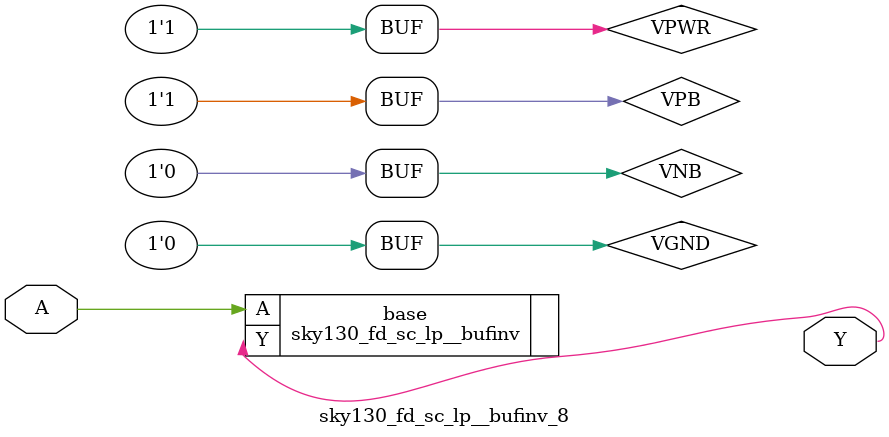
<source format=v>
module sky130_fd_sc_lp__bufinv_8 (
    Y,
    A
);
    output Y;
    input  A;
    // Voltage supply signals
    supply1 VPWR;
    supply0 VGND;
    supply1 VPB ;
    supply0 VNB ;
    sky130_fd_sc_lp__bufinv base (
        .Y(Y),
        .A(A)
    );
endmodule
</source>
